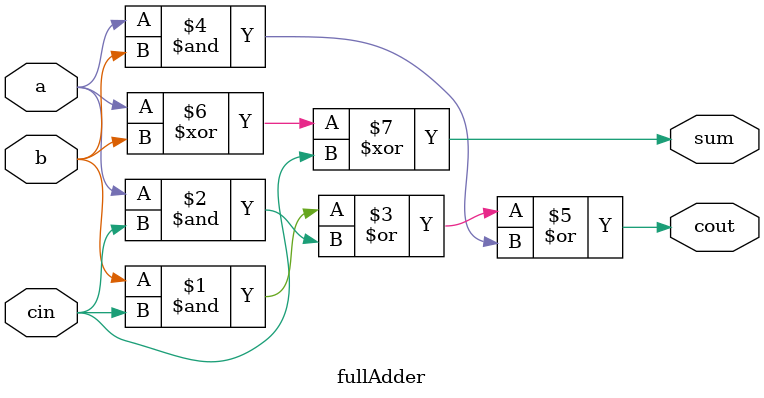
<source format=v>
`timescale 1ns / 1ps


module fullAdder(a, b, cin, sum, cout);

    input a,b,cin;
    output sum, cout;
    
    assign cout = (b & cin) | (a & cin) | (a & b);
    assign sum = (a ^ b ^ cin);
    
     
    
endmodule

</source>
